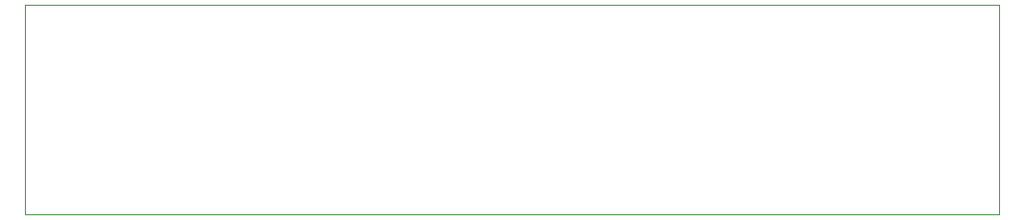
<source format=gbr>
%TF.GenerationSoftware,KiCad,Pcbnew,7.0.1*%
%TF.CreationDate,2023-04-11T11:00:07-05:00*%
%TF.ProjectId,ata_40_to_ata_44_adapter,6174615f-3430-45f7-946f-5f6174615f34,rev?*%
%TF.SameCoordinates,Original*%
%TF.FileFunction,Profile,NP*%
%FSLAX46Y46*%
G04 Gerber Fmt 4.6, Leading zero omitted, Abs format (unit mm)*
G04 Created by KiCad (PCBNEW 7.0.1) date 2023-04-11 11:00:07*
%MOMM*%
%LPD*%
G01*
G04 APERTURE LIST*
%TA.AperFunction,Profile*%
%ADD10C,0.100000*%
%TD*%
G04 APERTURE END LIST*
D10*
X74000000Y-66500000D02*
X160000000Y-66500000D01*
X160000000Y-85000000D01*
X74000000Y-85000000D01*
X74000000Y-66500000D01*
M02*

</source>
